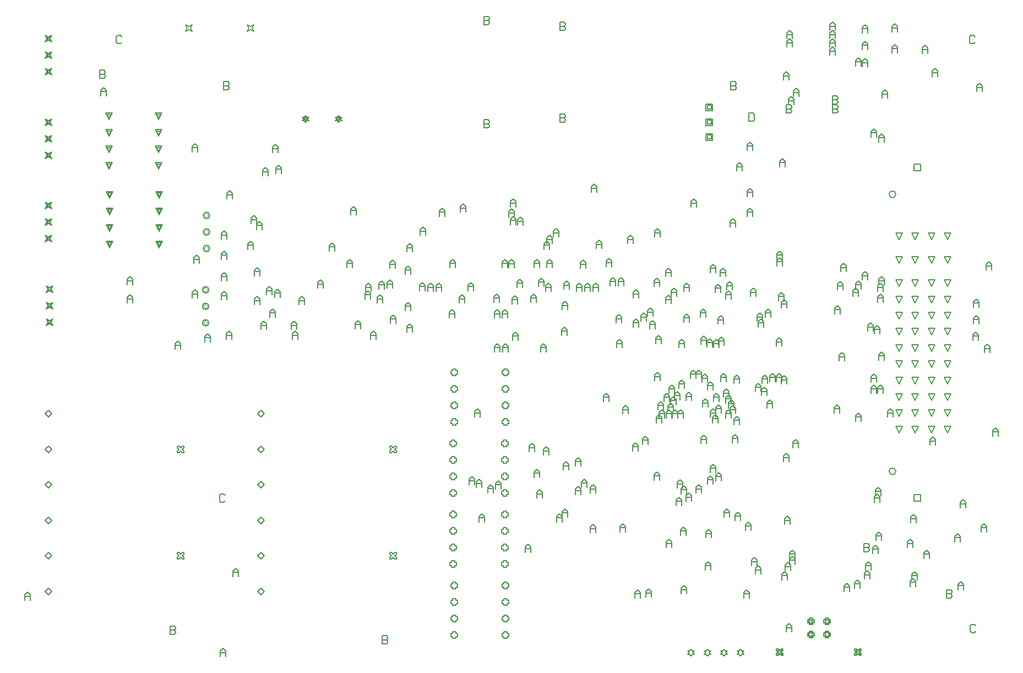
<source format=gbr>
%TF.GenerationSoftware,Altium Limited,Altium Designer,22.2.1 (43)*%
G04 Layer_Color=2752767*
%FSLAX44Y44*%
%MOMM*%
%TF.SameCoordinates,040CE2E0-B857-4D47-B26F-9B72162B56B4*%
%TF.FilePolarity,Positive*%
%TF.FileFunction,Drawing*%
%TF.Part,Single*%
G01*
G75*
%TA.AperFunction,NonConductor*%
%ADD98C,0.1270*%
%ADD208C,0.1693*%
%ADD209C,0.1016*%
D98*
X1649476Y1016000D02*
Y1026160D01*
X1659636D01*
Y1016000D01*
X1649476D01*
Y508000D02*
Y518160D01*
X1659636D01*
Y508000D01*
X1649476D01*
X1701038Y910336D02*
X1695958Y920496D01*
X1706118D01*
X1701038Y910336D01*
X1676146D02*
X1671066Y920496D01*
X1681226D01*
X1676146Y910336D01*
X1651000D02*
X1645920Y920496D01*
X1656080D01*
X1651000Y910336D01*
X1626108D02*
X1621028Y920496D01*
X1631188D01*
X1626108Y910336D01*
X1701038Y873506D02*
X1695958Y883666D01*
X1706118D01*
X1701038Y873506D01*
X1676146D02*
X1671066Y883666D01*
X1681226D01*
X1676146Y873506D01*
X1651000D02*
X1645920Y883666D01*
X1656080D01*
X1651000Y873506D01*
X1626108D02*
X1621028Y883666D01*
X1631188D01*
X1626108Y873506D01*
X1701038Y838454D02*
X1695958Y848614D01*
X1706118D01*
X1701038Y838454D01*
X1676146D02*
X1671066Y848614D01*
X1681226D01*
X1676146Y838454D01*
X1651000D02*
X1645920Y848614D01*
X1656080D01*
X1651000Y838454D01*
X1626108D02*
X1621028Y848614D01*
X1631188D01*
X1626108Y838454D01*
X1701038Y813308D02*
X1695958Y823468D01*
X1706118D01*
X1701038Y813308D01*
X1676146D02*
X1671066Y823468D01*
X1681226D01*
X1676146Y813308D01*
X1651000D02*
X1645920Y823468D01*
X1656080D01*
X1651000Y813308D01*
X1626108D02*
X1621028Y823468D01*
X1631188D01*
X1626108Y813308D01*
X1701038Y788416D02*
X1695958Y798576D01*
X1706118D01*
X1701038Y788416D01*
X1676146D02*
X1671066Y798576D01*
X1681226D01*
X1676146Y788416D01*
X1651000D02*
X1645920Y798576D01*
X1656080D01*
X1651000Y788416D01*
X1626108D02*
X1621028Y798576D01*
X1631188D01*
X1626108Y788416D01*
X1701038Y763524D02*
X1695958Y773684D01*
X1706118D01*
X1701038Y763524D01*
X1676146D02*
X1671066Y773684D01*
X1681226D01*
X1676146Y763524D01*
X1651000D02*
X1645920Y773684D01*
X1656080D01*
X1651000Y763524D01*
X1626108D02*
X1621028Y773684D01*
X1631188D01*
X1626108Y763524D01*
X1701038Y738378D02*
X1695958Y748538D01*
X1706118D01*
X1701038Y738378D01*
X1676146D02*
X1671066Y748538D01*
X1681226D01*
X1676146Y738378D01*
X1651000D02*
X1645920Y748538D01*
X1656080D01*
X1651000Y738378D01*
X1626108D02*
X1621028Y748538D01*
X1631188D01*
X1626108Y738378D01*
X1701038Y713486D02*
X1695958Y723646D01*
X1706118D01*
X1701038Y713486D01*
X1676146D02*
X1671066Y723646D01*
X1681226D01*
X1676146Y713486D01*
X1651000D02*
X1645920Y723646D01*
X1656080D01*
X1651000Y713486D01*
X1626108D02*
X1621028Y723646D01*
X1631188D01*
X1626108Y713486D01*
X1701038Y688340D02*
X1695958Y698500D01*
X1706118D01*
X1701038Y688340D01*
X1676146D02*
X1671066Y698500D01*
X1681226D01*
X1676146Y688340D01*
X1651000D02*
X1645920Y698500D01*
X1656080D01*
X1651000Y688340D01*
X1626108D02*
X1621028Y698500D01*
X1631188D01*
X1626108Y688340D01*
X1701038Y663448D02*
X1695958Y673608D01*
X1706118D01*
X1701038Y663448D01*
X1676146D02*
X1671066Y673608D01*
X1681226D01*
X1676146Y663448D01*
X1651000D02*
X1645920Y673608D01*
X1656080D01*
X1651000Y663448D01*
X1626108D02*
X1621028Y673608D01*
X1631188D01*
X1626108Y663448D01*
X1701038Y638302D02*
X1695958Y648462D01*
X1706118D01*
X1701038Y638302D01*
X1676146D02*
X1671066Y648462D01*
X1681226D01*
X1676146Y638302D01*
X1651000D02*
X1645920Y648462D01*
X1656080D01*
X1651000Y638302D01*
X1626108D02*
X1621028Y648462D01*
X1631188D01*
X1626108Y638302D01*
X1701038Y613410D02*
X1695958Y623570D01*
X1706118D01*
X1701038Y613410D01*
X1676146D02*
X1671066Y623570D01*
X1681226D01*
X1676146Y613410D01*
X1651000D02*
X1645920Y623570D01*
X1656080D01*
X1651000Y613410D01*
X1626108D02*
X1621028Y623570D01*
X1631188D01*
X1626108Y613410D01*
X1383030Y270510D02*
X1385570Y273050D01*
X1388110D01*
X1385570Y275590D01*
X1388110Y278130D01*
X1385570D01*
X1383030Y280670D01*
X1380490Y278130D01*
X1377950D01*
X1380490Y275590D01*
X1377950Y273050D01*
X1380490D01*
X1383030Y270510D01*
X1357630D02*
X1360170Y273050D01*
X1362710D01*
X1360170Y275590D01*
X1362710Y278130D01*
X1360170D01*
X1357630Y280670D01*
X1355090Y278130D01*
X1352550D01*
X1355090Y275590D01*
X1352550Y273050D01*
X1355090D01*
X1357630Y270510D01*
X1332230D02*
X1334770Y273050D01*
X1337310D01*
X1334770Y275590D01*
X1337310Y278130D01*
X1334770D01*
X1332230Y280670D01*
X1329690Y278130D01*
X1327150D01*
X1329690Y275590D01*
X1327150Y273050D01*
X1329690D01*
X1332230Y270510D01*
X1306830D02*
X1309370Y273050D01*
X1311910D01*
X1309370Y275590D01*
X1311910Y278130D01*
X1309370D01*
X1306830Y280670D01*
X1304290Y278130D01*
X1301750D01*
X1304290Y275590D01*
X1301750Y273050D01*
X1304290D01*
X1306830Y270510D01*
X528930Y1230630D02*
X531470Y1235710D01*
X528930Y1240790D01*
X534010Y1238250D01*
X539090Y1240790D01*
X536550Y1235710D01*
X539090Y1230630D01*
X534010Y1233170D01*
X528930Y1230630D01*
X624230D02*
X626770Y1235710D01*
X624230Y1240790D01*
X629310Y1238250D01*
X634390Y1240790D01*
X631850Y1235710D01*
X634390Y1230630D01*
X629310Y1233170D01*
X624230Y1230630D01*
X1018870Y703580D02*
Y701040D01*
X1023950D01*
Y703580D01*
X1026490D01*
Y708660D01*
X1023950D01*
Y711200D01*
X1018870D01*
Y708660D01*
X1016330D01*
Y703580D01*
X1018870D01*
Y678180D02*
Y675640D01*
X1023950D01*
Y678180D01*
X1026490D01*
Y683260D01*
X1023950D01*
Y685800D01*
X1018870D01*
Y683260D01*
X1016330D01*
Y678180D01*
X1018870D01*
Y652780D02*
Y650240D01*
X1023950D01*
Y652780D01*
X1026490D01*
Y657860D01*
X1023950D01*
Y660400D01*
X1018870D01*
Y657860D01*
X1016330D01*
Y652780D01*
X1018870D01*
Y627380D02*
Y624840D01*
X1023950D01*
Y627380D01*
X1026490D01*
Y632460D01*
X1023950D01*
Y635000D01*
X1018870D01*
Y632460D01*
X1016330D01*
Y627380D01*
X1018870D01*
X939470D02*
Y624840D01*
X944550D01*
Y627380D01*
X947090D01*
Y632460D01*
X944550D01*
Y635000D01*
X939470D01*
Y632460D01*
X936930D01*
Y627380D01*
X939470D01*
Y652780D02*
Y650240D01*
X944550D01*
Y652780D01*
X947090D01*
Y657860D01*
X944550D01*
Y660400D01*
X939470D01*
Y657860D01*
X936930D01*
Y652780D01*
X939470D01*
Y703580D02*
Y701040D01*
X944550D01*
Y703580D01*
X947090D01*
Y708660D01*
X944550D01*
Y711200D01*
X939470D01*
Y708660D01*
X936930D01*
Y703580D01*
X939470D01*
Y678180D02*
Y675640D01*
X944550D01*
Y678180D01*
X947090D01*
Y683260D01*
X944550D01*
Y685800D01*
X939470D01*
Y683260D01*
X936930D01*
Y678180D01*
X939470D01*
X843280Y582930D02*
X845820D01*
X848360Y585470D01*
X850900Y582930D01*
X853440D01*
Y585470D01*
X850900Y588010D01*
X853440Y590550D01*
Y593090D01*
X850900D01*
X848360Y590550D01*
X845820Y593090D01*
X843280D01*
Y590550D01*
X845820Y588010D01*
X843280Y585470D01*
Y582930D01*
X640080Y533400D02*
X645160Y538480D01*
X650240Y533400D01*
X645160Y528320D01*
X640080Y533400D01*
Y588010D02*
X645160Y593090D01*
X650240Y588010D01*
X645160Y582930D01*
X640080Y588010D01*
Y642620D02*
X645160Y647700D01*
X650240Y642620D01*
X645160Y637540D01*
X640080Y642620D01*
X1329690Y1108650D02*
Y1118810D01*
X1339850D01*
Y1108650D01*
X1329690D01*
X1331722Y1110682D02*
Y1116778D01*
X1337818D01*
Y1110682D01*
X1331722D01*
X1329690Y1085850D02*
Y1096010D01*
X1339850D01*
Y1085850D01*
X1329690D01*
X1331722Y1087882D02*
Y1093978D01*
X1337818D01*
Y1087882D01*
X1331722D01*
X1329690Y1063050D02*
Y1073210D01*
X1339850D01*
Y1063050D01*
X1329690D01*
X1331722Y1065082D02*
Y1071178D01*
X1337818D01*
Y1065082D01*
X1331722D01*
X488950Y974090D02*
X483870Y984250D01*
X494030D01*
X488950Y974090D01*
Y976122D02*
X485902Y982218D01*
X491998D01*
X488950Y976122D01*
Y948690D02*
X483870Y958850D01*
X494030D01*
X488950Y948690D01*
Y950722D02*
X485902Y956818D01*
X491998D01*
X488950Y950722D01*
Y923290D02*
X483870Y933450D01*
X494030D01*
X488950Y923290D01*
Y925322D02*
X485902Y931418D01*
X491998D01*
X488950Y925322D01*
Y897890D02*
X483870Y908050D01*
X494030D01*
X488950Y897890D01*
Y899922D02*
X485902Y906018D01*
X491998D01*
X488950Y899922D01*
X412750Y897890D02*
X407670Y908050D01*
X417830D01*
X412750Y897890D01*
Y899922D02*
X409702Y906018D01*
X415798D01*
X412750Y899922D01*
Y923290D02*
X407670Y933450D01*
X417830D01*
X412750Y923290D01*
Y925322D02*
X409702Y931418D01*
X415798D01*
X412750Y925322D01*
Y948690D02*
X407670Y958850D01*
X417830D01*
X412750Y948690D01*
Y950722D02*
X409702Y956818D01*
X415798D01*
X412750Y950722D01*
Y974090D02*
X407670Y984250D01*
X417830D01*
X412750Y974090D01*
Y976122D02*
X409702Y982218D01*
X415798D01*
X412750Y976122D01*
X487680Y1094740D02*
X482600Y1104900D01*
X492760D01*
X487680Y1094740D01*
Y1096772D02*
X484632Y1102868D01*
X490728D01*
X487680Y1096772D01*
Y1069340D02*
X482600Y1079500D01*
X492760D01*
X487680Y1069340D01*
Y1071372D02*
X484632Y1077468D01*
X490728D01*
X487680Y1071372D01*
Y1043940D02*
X482600Y1054100D01*
X492760D01*
X487680Y1043940D01*
Y1045972D02*
X484632Y1052068D01*
X490728D01*
X487680Y1045972D01*
Y1018540D02*
X482600Y1028700D01*
X492760D01*
X487680Y1018540D01*
Y1020572D02*
X484632Y1026668D01*
X490728D01*
X487680Y1020572D01*
X411480Y1018540D02*
X406400Y1028700D01*
X416560D01*
X411480Y1018540D01*
Y1020572D02*
X408432Y1026668D01*
X414528D01*
X411480Y1020572D01*
Y1043940D02*
X406400Y1054100D01*
X416560D01*
X411480Y1043940D01*
Y1045972D02*
X408432Y1052068D01*
X414528D01*
X411480Y1045972D01*
Y1069340D02*
X406400Y1079500D01*
X416560D01*
X411480Y1069340D01*
Y1071372D02*
X408432Y1077468D01*
X414528D01*
X411480Y1071372D01*
Y1094740D02*
X406400Y1104900D01*
X416560D01*
X411480Y1094740D01*
Y1096772D02*
X408432Y1102868D01*
X414528D01*
X411480Y1096772D01*
X764140Y1090930D02*
X766680Y1093470D01*
X769220D01*
X766680Y1096010D01*
X769220Y1098550D01*
X766680D01*
X764140Y1101090D01*
X761600Y1098550D01*
X759060D01*
X761600Y1096010D01*
X759060Y1093470D01*
X761600D01*
X764140Y1090930D01*
Y1092962D02*
X765664Y1094486D01*
X767188D01*
X765664Y1096010D01*
X767188Y1097534D01*
X765664D01*
X764140Y1099058D01*
X762616Y1097534D01*
X761092D01*
X762616Y1096010D01*
X761092Y1094486D01*
X762616D01*
X764140Y1092962D01*
X714140Y1090930D02*
X716680Y1093470D01*
X719220D01*
X716680Y1096010D01*
X719220Y1098550D01*
X716680D01*
X714140Y1101090D01*
X711600Y1098550D01*
X709060D01*
X711600Y1096010D01*
X709060Y1093470D01*
X711600D01*
X714140Y1090930D01*
Y1092962D02*
X715664Y1094486D01*
X717188D01*
X715664Y1096010D01*
X717188Y1097534D01*
X715664D01*
X714140Y1099058D01*
X712616Y1097534D01*
X711092D01*
X712616Y1096010D01*
X711092Y1094486D01*
X712616D01*
X714140Y1092962D01*
X314960Y829260D02*
X317500Y834340D01*
X314960Y839420D01*
X320040Y836880D01*
X325120Y839420D01*
X322580Y834340D01*
X325120Y829260D01*
X320040Y831800D01*
X314960Y829260D01*
X316992Y831292D02*
X318516Y834340D01*
X316992Y837388D01*
X320040Y835864D01*
X323088Y837388D01*
X321564Y834340D01*
X323088Y831292D01*
X320040Y832816D01*
X316992Y831292D01*
X314960Y803910D02*
X317500Y808990D01*
X314960Y814070D01*
X320040Y811530D01*
X325120Y814070D01*
X322580Y808990D01*
X325120Y803910D01*
X320040Y806450D01*
X314960Y803910D01*
X316992Y805942D02*
X318516Y808990D01*
X316992Y812038D01*
X320040Y810514D01*
X323088Y812038D01*
X321564Y808990D01*
X323088Y805942D01*
X320040Y807466D01*
X316992Y805942D01*
X314960Y778560D02*
X317500Y783640D01*
X314960Y788720D01*
X320040Y786180D01*
X325120Y788720D01*
X322580Y783640D01*
X325120Y778560D01*
X320040Y781100D01*
X314960Y778560D01*
X316992Y780592D02*
X318516Y783640D01*
X316992Y786688D01*
X320040Y785164D01*
X323088Y786688D01*
X321564Y783640D01*
X323088Y780592D01*
X320040Y782116D01*
X316992Y780592D01*
X313690Y957514D02*
X316230Y962594D01*
X313690Y967673D01*
X318770Y965134D01*
X323850Y967673D01*
X321310Y962594D01*
X323850Y957514D01*
X318770Y960053D01*
X313690Y957514D01*
X315722Y959546D02*
X317246Y962594D01*
X315722Y965641D01*
X318770Y964118D01*
X321818Y965641D01*
X320294Y962594D01*
X321818Y959546D01*
X318770Y961069D01*
X315722Y959546D01*
X313690Y932163D02*
X316230Y937243D01*
X313690Y942323D01*
X318770Y939783D01*
X323850Y942323D01*
X321310Y937243D01*
X323850Y932163D01*
X318770Y934703D01*
X313690Y932163D01*
X315722Y934195D02*
X317246Y937243D01*
X315722Y940291D01*
X318770Y938767D01*
X321818Y940291D01*
X320294Y937243D01*
X321818Y934195D01*
X318770Y935719D01*
X315722Y934195D01*
X313690Y906814D02*
X316230Y911893D01*
X313690Y916973D01*
X318770Y914434D01*
X323850Y916973D01*
X321310Y911893D01*
X323850Y906814D01*
X318770Y909353D01*
X313690Y906814D01*
X315722Y908846D02*
X317246Y911893D01*
X315722Y914941D01*
X318770Y913418D01*
X321818Y914941D01*
X320294Y911893D01*
X321818Y908846D01*
X318770Y910369D01*
X315722Y908846D01*
X313690Y1085767D02*
X316230Y1090847D01*
X313690Y1095927D01*
X318770Y1093387D01*
X323850Y1095927D01*
X321310Y1090847D01*
X323850Y1085767D01*
X318770Y1088307D01*
X313690Y1085767D01*
X315722Y1087799D02*
X317246Y1090847D01*
X315722Y1093895D01*
X318770Y1092371D01*
X321818Y1093895D01*
X320294Y1090847D01*
X321818Y1087799D01*
X318770Y1089323D01*
X315722Y1087799D01*
X313690Y1060416D02*
X316230Y1065497D01*
X313690Y1070576D01*
X318770Y1068036D01*
X323850Y1070576D01*
X321310Y1065497D01*
X323850Y1060416D01*
X318770Y1062956D01*
X313690Y1060416D01*
X315722Y1062449D02*
X317246Y1065497D01*
X315722Y1068544D01*
X318770Y1067020D01*
X321818Y1068544D01*
X320294Y1065497D01*
X321818Y1062449D01*
X318770Y1063972D01*
X315722Y1062449D01*
X313690Y1035067D02*
X316230Y1040147D01*
X313690Y1045227D01*
X318770Y1042687D01*
X323850Y1045227D01*
X321310Y1040147D01*
X323850Y1035067D01*
X318770Y1037607D01*
X313690Y1035067D01*
X315722Y1037099D02*
X317246Y1040147D01*
X315722Y1043195D01*
X318770Y1041671D01*
X321818Y1043195D01*
X320294Y1040147D01*
X321818Y1037099D01*
X318770Y1038623D01*
X315722Y1037099D01*
X313690Y1214020D02*
X316230Y1219100D01*
X313690Y1224180D01*
X318770Y1221640D01*
X323850Y1224180D01*
X321310Y1219100D01*
X323850Y1214020D01*
X318770Y1216560D01*
X313690Y1214020D01*
X315722Y1216052D02*
X317246Y1219100D01*
X315722Y1222148D01*
X318770Y1220624D01*
X321818Y1222148D01*
X320294Y1219100D01*
X321818Y1216052D01*
X318770Y1217576D01*
X315722Y1216052D01*
X313690Y1188670D02*
X316230Y1193750D01*
X313690Y1198830D01*
X318770Y1196290D01*
X323850Y1198830D01*
X321310Y1193750D01*
X323850Y1188670D01*
X318770Y1191210D01*
X313690Y1188670D01*
X315722Y1190702D02*
X317246Y1193750D01*
X315722Y1196798D01*
X318770Y1195274D01*
X321818Y1196798D01*
X320294Y1193750D01*
X321818Y1190702D01*
X318770Y1192226D01*
X315722Y1190702D01*
X313690Y1163320D02*
X316230Y1168400D01*
X313690Y1173480D01*
X318770Y1170940D01*
X323850Y1173480D01*
X321310Y1168400D01*
X323850Y1163320D01*
X318770Y1165860D01*
X313690Y1163320D01*
X315722Y1165352D02*
X317246Y1168400D01*
X315722Y1171448D01*
X318770Y1169924D01*
X321818Y1171448D01*
X320294Y1168400D01*
X321818Y1165352D01*
X318770Y1166876D01*
X315722Y1165352D01*
X1017600Y594360D02*
Y591820D01*
X1022680D01*
Y594360D01*
X1025220D01*
Y599440D01*
X1022680D01*
Y601980D01*
X1017600D01*
Y599440D01*
X1015060D01*
Y594360D01*
X1017600D01*
Y568960D02*
Y566420D01*
X1022680D01*
Y568960D01*
X1025220D01*
Y574040D01*
X1022680D01*
Y576580D01*
X1017600D01*
Y574040D01*
X1015060D01*
Y568960D01*
X1017600D01*
Y543560D02*
Y541020D01*
X1022680D01*
Y543560D01*
X1025220D01*
Y548640D01*
X1022680D01*
Y551180D01*
X1017600D01*
Y548640D01*
X1015060D01*
Y543560D01*
X1017600D01*
Y518160D02*
Y515620D01*
X1022680D01*
Y518160D01*
X1025220D01*
Y523240D01*
X1022680D01*
Y525780D01*
X1017600D01*
Y523240D01*
X1015060D01*
Y518160D01*
X1017600D01*
X938200D02*
Y515620D01*
X943280D01*
Y518160D01*
X945820D01*
Y523240D01*
X943280D01*
Y525780D01*
X938200D01*
Y523240D01*
X935660D01*
Y518160D01*
X938200D01*
Y543560D02*
Y541020D01*
X943280D01*
Y543560D01*
X945820D01*
Y548640D01*
X943280D01*
Y551180D01*
X938200D01*
Y548640D01*
X935660D01*
Y543560D01*
X938200D01*
Y594360D02*
Y591820D01*
X943280D01*
Y594360D01*
X945820D01*
Y599440D01*
X943280D01*
Y601980D01*
X938200D01*
Y599440D01*
X935660D01*
Y594360D01*
X938200D01*
Y568960D02*
Y566420D01*
X943280D01*
Y568960D01*
X945820D01*
Y574040D01*
X943280D01*
Y576580D01*
X938200D01*
Y574040D01*
X935660D01*
Y568960D01*
X938200D01*
Y459740D02*
Y457200D01*
X943280D01*
Y459740D01*
X945820D01*
Y464820D01*
X943280D01*
Y467360D01*
X938200D01*
Y464820D01*
X935660D01*
Y459740D01*
X938200D01*
Y485140D02*
Y482600D01*
X943280D01*
Y485140D01*
X945820D01*
Y490220D01*
X943280D01*
Y492760D01*
X938200D01*
Y490220D01*
X935660D01*
Y485140D01*
X938200D01*
Y434340D02*
Y431800D01*
X943280D01*
Y434340D01*
X945820D01*
Y439420D01*
X943280D01*
Y441960D01*
X938200D01*
Y439420D01*
X935660D01*
Y434340D01*
X938200D01*
Y408940D02*
Y406400D01*
X943280D01*
Y408940D01*
X945820D01*
Y414020D01*
X943280D01*
Y416560D01*
X938200D01*
Y414020D01*
X935660D01*
Y408940D01*
X938200D01*
X1017600D02*
Y406400D01*
X1022680D01*
Y408940D01*
X1025220D01*
Y414020D01*
X1022680D01*
Y416560D01*
X1017600D01*
Y414020D01*
X1015060D01*
Y408940D01*
X1017600D01*
Y434340D02*
Y431800D01*
X1022680D01*
Y434340D01*
X1025220D01*
Y439420D01*
X1022680D01*
Y441960D01*
X1017600D01*
Y439420D01*
X1015060D01*
Y434340D01*
X1017600D01*
Y459740D02*
Y457200D01*
X1022680D01*
Y459740D01*
X1025220D01*
Y464820D01*
X1022680D01*
Y467360D01*
X1017600D01*
Y464820D01*
X1015060D01*
Y459740D01*
X1017600D01*
Y485140D02*
Y482600D01*
X1022680D01*
Y485140D01*
X1025220D01*
Y490220D01*
X1022680D01*
Y492760D01*
X1017600D01*
Y490220D01*
X1015060D01*
Y485140D01*
X1017600D01*
X939470Y350520D02*
Y347980D01*
X944550D01*
Y350520D01*
X947090D01*
Y355600D01*
X944550D01*
Y358140D01*
X939470D01*
Y355600D01*
X936930D01*
Y350520D01*
X939470D01*
Y375920D02*
Y373380D01*
X944550D01*
Y375920D01*
X947090D01*
Y381000D01*
X944550D01*
Y383540D01*
X939470D01*
Y381000D01*
X936930D01*
Y375920D01*
X939470D01*
Y325120D02*
Y322580D01*
X944550D01*
Y325120D01*
X947090D01*
Y330200D01*
X944550D01*
Y332740D01*
X939470D01*
Y330200D01*
X936930D01*
Y325120D01*
X939470D01*
Y299720D02*
Y297180D01*
X944550D01*
Y299720D01*
X947090D01*
Y304800D01*
X944550D01*
Y307340D01*
X939470D01*
Y304800D01*
X936930D01*
Y299720D01*
X939470D01*
X1018870D02*
Y297180D01*
X1023950D01*
Y299720D01*
X1026490D01*
Y304800D01*
X1023950D01*
Y307340D01*
X1018870D01*
Y304800D01*
X1016330D01*
Y299720D01*
X1018870D01*
Y325120D02*
Y322580D01*
X1023950D01*
Y325120D01*
X1026490D01*
Y330200D01*
X1023950D01*
Y332740D01*
X1018870D01*
Y330200D01*
X1016330D01*
Y325120D01*
X1018870D01*
Y350520D02*
Y347980D01*
X1023950D01*
Y350520D01*
X1026490D01*
Y355600D01*
X1023950D01*
Y358140D01*
X1018870D01*
Y355600D01*
X1016330D01*
Y350520D01*
X1018870D01*
Y375920D02*
Y373380D01*
X1023950D01*
Y375920D01*
X1026490D01*
Y381000D01*
X1023950D01*
Y383540D01*
X1018870D01*
Y381000D01*
X1016330D01*
Y375920D01*
X1018870D01*
X843280Y419100D02*
X845820D01*
X848360Y421640D01*
X850900Y419100D01*
X853440D01*
Y421640D01*
X850900Y424180D01*
X853440Y426720D01*
Y429260D01*
X850900D01*
X848360Y426720D01*
X845820Y429260D01*
X843280D01*
Y426720D01*
X845820Y424180D01*
X843280Y421640D01*
Y419100D01*
X640080Y369570D02*
X645160Y374650D01*
X650240Y369570D01*
X645160Y364490D01*
X640080Y369570D01*
Y424180D02*
X645160Y429260D01*
X650240Y424180D01*
X645160Y419100D01*
X640080Y424180D01*
Y478790D02*
X645160Y483870D01*
X650240Y478790D01*
X645160Y473710D01*
X640080Y478790D01*
X516890Y582930D02*
X519430D01*
X521970Y585470D01*
X524510Y582930D01*
X527050D01*
Y585470D01*
X524510Y588010D01*
X527050Y590550D01*
Y593090D01*
X524510D01*
X521970Y590550D01*
X519430Y593090D01*
X516890D01*
Y590550D01*
X519430Y588010D01*
X516890Y585470D01*
Y582930D01*
X313690Y533400D02*
X318770Y538480D01*
X323850Y533400D01*
X318770Y528320D01*
X313690Y533400D01*
Y588010D02*
X318770Y593090D01*
X323850Y588010D01*
X318770Y582930D01*
X313690Y588010D01*
Y642620D02*
X318770Y647700D01*
X323850Y642620D01*
X318770Y637540D01*
X313690Y642620D01*
X1513130Y320626D02*
Y318086D01*
X1518210D01*
Y320626D01*
X1520750D01*
Y325706D01*
X1518210D01*
Y328246D01*
X1513130D01*
Y325706D01*
X1510590D01*
Y320626D01*
X1513130D01*
X1514146Y321642D02*
Y320118D01*
X1517194D01*
Y321642D01*
X1518718D01*
Y324690D01*
X1517194D01*
Y326214D01*
X1514146D01*
Y324690D01*
X1512622D01*
Y321642D01*
X1514146D01*
X1488130Y320626D02*
Y318086D01*
X1493210D01*
Y320626D01*
X1495750D01*
Y325706D01*
X1493210D01*
Y328246D01*
X1488130D01*
Y325706D01*
X1485590D01*
Y320626D01*
X1488130D01*
X1489146Y321642D02*
Y320118D01*
X1492194D01*
Y321642D01*
X1493718D01*
Y324690D01*
X1492194D01*
Y326214D01*
X1489146D01*
Y324690D01*
X1487622D01*
Y321642D01*
X1489146D01*
X1488130Y300625D02*
Y298085D01*
X1493210D01*
Y300625D01*
X1495750D01*
Y305705D01*
X1493210D01*
Y308245D01*
X1488130D01*
Y305705D01*
X1485590D01*
Y300625D01*
X1488130D01*
X1489146Y301641D02*
Y300117D01*
X1492194D01*
Y301641D01*
X1493718D01*
Y304689D01*
X1492194D01*
Y306213D01*
X1489146D01*
Y304689D01*
X1487622D01*
Y301641D01*
X1489146D01*
X1513130Y300625D02*
Y298085D01*
X1518210D01*
Y300625D01*
X1520750D01*
Y305705D01*
X1518210D01*
Y308245D01*
X1513130D01*
Y305705D01*
X1510590D01*
Y300625D01*
X1513130D01*
X1514146Y301641D02*
Y300117D01*
X1517194D01*
Y301641D01*
X1518718D01*
Y304689D01*
X1517194D01*
Y306213D01*
X1514146D01*
Y304689D01*
X1512622D01*
Y301641D01*
X1514146D01*
X1437890Y270986D02*
X1440430D01*
X1442970Y273526D01*
X1445510Y270986D01*
X1448050D01*
Y273526D01*
X1445510Y276066D01*
X1448050Y278605D01*
Y281145D01*
X1445510D01*
X1442970Y278605D01*
X1440430Y281145D01*
X1437890D01*
Y278605D01*
X1440430Y276066D01*
X1437890Y273526D01*
Y270986D01*
X1439922Y273018D02*
X1441446D01*
X1442970Y274541D01*
X1444494Y273018D01*
X1446018D01*
Y274541D01*
X1444494Y276066D01*
X1446018Y277589D01*
Y279114D01*
X1444494D01*
X1442970Y277589D01*
X1441446Y279114D01*
X1439922D01*
Y277589D01*
X1441446Y276066D01*
X1439922Y274541D01*
Y273018D01*
X1558290Y270986D02*
X1560830D01*
X1563370Y273526D01*
X1565910Y270986D01*
X1568450D01*
Y273526D01*
X1565910Y276066D01*
X1568450Y278605D01*
Y281145D01*
X1565910D01*
X1563370Y278605D01*
X1560830Y281145D01*
X1558290D01*
Y278605D01*
X1560830Y276066D01*
X1558290Y273526D01*
Y270986D01*
X1560322Y273018D02*
X1561846D01*
X1563370Y274541D01*
X1564894Y273018D01*
X1566418D01*
Y274541D01*
X1564894Y276066D01*
X1566418Y277589D01*
Y279114D01*
X1564894D01*
X1563370Y277589D01*
X1561846Y279114D01*
X1560322D01*
Y277589D01*
X1561846Y276066D01*
X1560322Y274541D01*
Y273018D01*
X313690Y478790D02*
X318770Y483870D01*
X323850Y478790D01*
X318770Y473710D01*
X313690Y478790D01*
Y424180D02*
X318770Y429260D01*
X323850Y424180D01*
X318770Y419100D01*
X313690Y424180D01*
Y369570D02*
X318770Y374650D01*
X323850Y369570D01*
X318770Y364490D01*
X313690Y369570D01*
X516890Y419100D02*
X519430D01*
X521970Y421640D01*
X524510Y419100D01*
X527050D01*
Y421640D01*
X524510Y424180D01*
X527050Y426720D01*
Y429260D01*
X524510D01*
X521970Y426720D01*
X519430Y429260D01*
X516890D01*
Y426720D01*
X519430Y424180D01*
X516890Y421640D01*
Y419100D01*
X824230Y812800D02*
Y821264D01*
X828462Y825496D01*
X832694Y821264D01*
Y812800D01*
Y819148D01*
X824230D01*
X1559560Y834390D02*
Y842854D01*
X1563792Y847086D01*
X1568024Y842854D01*
Y834390D01*
Y840738D01*
X1559560D01*
X1593850Y814070D02*
Y822534D01*
X1598082Y826766D01*
X1602314Y822534D01*
Y814070D01*
Y820418D01*
X1593850D01*
X1249680Y838200D02*
Y846664D01*
X1253912Y850896D01*
X1258144Y846664D01*
Y838200D01*
Y844548D01*
X1249680D01*
X1243330Y773430D02*
Y781894D01*
X1247562Y786126D01*
X1251794Y781894D01*
Y773430D01*
Y779778D01*
X1243330D01*
X1217930Y775970D02*
Y784434D01*
X1222162Y788666D01*
X1226394Y784434D01*
Y775970D01*
Y782318D01*
X1217930D01*
X1229360Y784860D02*
Y793324D01*
X1233592Y797556D01*
X1237824Y793324D01*
Y784860D01*
Y791208D01*
X1229360D01*
X1217930Y820420D02*
Y828884D01*
X1222162Y833116D01*
X1226394Y828884D01*
Y820420D01*
Y826768D01*
X1217930D01*
X1239520Y792480D02*
Y800944D01*
X1243752Y805176D01*
X1247984Y800944D01*
Y792480D01*
Y798828D01*
X1239520D01*
X1336040Y859790D02*
Y868254D01*
X1340272Y872486D01*
X1344504Y868254D01*
Y859790D01*
Y866138D01*
X1336040D01*
X1250950Y693420D02*
Y701884D01*
X1255182Y706116D01*
X1259414Y701884D01*
Y693420D01*
Y699768D01*
X1250950D01*
X1591310Y448310D02*
Y456774D01*
X1595542Y461006D01*
X1599774Y456774D01*
Y448310D01*
Y454658D01*
X1591310D01*
X1573530Y388620D02*
Y397084D01*
X1577762Y401316D01*
X1581994Y397084D01*
Y388620D01*
Y394968D01*
X1573530D01*
X1558290Y374650D02*
Y383114D01*
X1562522Y387346D01*
X1566754Y383114D01*
Y374650D01*
Y380998D01*
X1558290D01*
X1569542Y848327D02*
Y856791D01*
X1573774Y861023D01*
X1578006Y856791D01*
Y848327D01*
Y854675D01*
X1569542D01*
X1643380Y377190D02*
Y385654D01*
X1647612Y389886D01*
X1651844Y385654D01*
Y377190D01*
Y383538D01*
X1643380D01*
X1572260Y443226D02*
Y430530D01*
X1578608D01*
X1580724Y432646D01*
Y434762D01*
X1578608Y436878D01*
X1572260D01*
X1578608D01*
X1580724Y438994D01*
Y441110D01*
X1578608Y443226D01*
X1572260D01*
X1699647Y372106D02*
Y359410D01*
X1705995D01*
X1708111Y361526D01*
Y363642D01*
X1705995Y365758D01*
X1699647D01*
X1705995D01*
X1708111Y367874D01*
Y369990D01*
X1705995Y372106D01*
X1699647D01*
X1541780Y369570D02*
Y378034D01*
X1546012Y382266D01*
X1550244Y378034D01*
Y369570D01*
Y375918D01*
X1541780D01*
X1717040Y372110D02*
Y380574D01*
X1721272Y384806D01*
X1725504Y380574D01*
Y372110D01*
Y378458D01*
X1717040D01*
X1757680Y736600D02*
Y745064D01*
X1761912Y749296D01*
X1766144Y745064D01*
Y736600D01*
Y742948D01*
X1757680D01*
X1390650Y463550D02*
Y472014D01*
X1394882Y476246D01*
X1399114Y472014D01*
Y463550D01*
Y469898D01*
X1390650D01*
X1526540Y643890D02*
Y652354D01*
X1530772Y656586D01*
X1535004Y652354D01*
Y643890D01*
Y650238D01*
X1526540D01*
X1449070Y568960D02*
Y577424D01*
X1453302Y581656D01*
X1457534Y577424D01*
Y568960D01*
Y575308D01*
X1449070D01*
X1593850Y830580D02*
Y839044D01*
X1598082Y843276D01*
X1602314Y839044D01*
Y830580D01*
Y836928D01*
X1593850D01*
X1770380Y608330D02*
Y616794D01*
X1774612Y621026D01*
X1778844Y616794D01*
Y608330D01*
Y614678D01*
X1770380D01*
X1534160Y723900D02*
Y732364D01*
X1538392Y736596D01*
X1542624Y732364D01*
Y723900D01*
Y730248D01*
X1534160D01*
X1645920Y387350D02*
Y395814D01*
X1650152Y400046D01*
X1654384Y395814D01*
Y387350D01*
Y393698D01*
X1645920D01*
X1527810Y796290D02*
Y804754D01*
X1532042Y808986D01*
X1536274Y804754D01*
Y796290D01*
Y802638D01*
X1527810D01*
X1595120Y725170D02*
Y733634D01*
X1599352Y737866D01*
X1603584Y733634D01*
Y725170D01*
Y731518D01*
X1595120D01*
X1583690Y690880D02*
Y699344D01*
X1587922Y703576D01*
X1592154Y699344D01*
Y690880D01*
Y697228D01*
X1583690D01*
Y674370D02*
Y682834D01*
X1587922Y687066D01*
X1592154Y682834D01*
Y674370D01*
Y680718D01*
X1583690D01*
X1593850Y674370D02*
Y682834D01*
X1598082Y687066D01*
X1602314Y682834D01*
Y674370D01*
Y680718D01*
X1593850D01*
X1586230Y427990D02*
Y436454D01*
X1590462Y440686D01*
X1594694Y436454D01*
Y427990D01*
Y434338D01*
X1586230D01*
X1590040Y516890D02*
Y525354D01*
X1594272Y529586D01*
X1598504Y525354D01*
Y516890D01*
Y523238D01*
X1590040D01*
X1588770Y506730D02*
Y515194D01*
X1593002Y519426D01*
X1597234Y515194D01*
Y506730D01*
Y513078D01*
X1588770D01*
X1574800Y402590D02*
Y411054D01*
X1579032Y415286D01*
X1583264Y411054D01*
Y402590D01*
Y408938D01*
X1574800D01*
X1291590Y365760D02*
Y374224D01*
X1295822Y378456D01*
X1300054Y374224D01*
Y365760D01*
Y372108D01*
X1291590D01*
X1438910Y869950D02*
Y878414D01*
X1443142Y882646D01*
X1447374Y878414D01*
Y869950D01*
Y876298D01*
X1438910D01*
Y880110D02*
Y888574D01*
X1443142Y892806D01*
X1447374Y888574D01*
Y880110D01*
Y886458D01*
X1438910D01*
X1442720Y1022350D02*
Y1030814D01*
X1446952Y1035046D01*
X1451184Y1030814D01*
Y1022350D01*
Y1028698D01*
X1442720D01*
X1445260Y805180D02*
Y813644D01*
X1449492Y817876D01*
X1453724Y813644D01*
Y805180D01*
Y811528D01*
X1445260D01*
X1441450Y816610D02*
Y825074D01*
X1445682Y829306D01*
X1449914Y825074D01*
Y816610D01*
Y822958D01*
X1441450D01*
X1437640Y746760D02*
Y755224D01*
X1441872Y759456D01*
X1446104Y755224D01*
Y746760D01*
Y753108D01*
X1437640D01*
X1609090Y637540D02*
Y646004D01*
X1613322Y650236D01*
X1617554Y646004D01*
Y637540D01*
Y643888D01*
X1609090D01*
X1450340Y472440D02*
Y480904D01*
X1454572Y485136D01*
X1458804Y480904D01*
Y472440D01*
Y478788D01*
X1450340D01*
X1463040Y590550D02*
Y599014D01*
X1467272Y603246D01*
X1471504Y599014D01*
Y590550D01*
Y596898D01*
X1463040D01*
X1295400Y783590D02*
Y792054D01*
X1299632Y796286D01*
X1303864Y792054D01*
Y783590D01*
Y789938D01*
X1295400D01*
X1306830Y960120D02*
Y968584D01*
X1311062Y972816D01*
X1315294Y968584D01*
Y960120D01*
Y966468D01*
X1306830D01*
X1250950Y914400D02*
Y922864D01*
X1255182Y927096D01*
X1259414Y922864D01*
Y914400D01*
Y920748D01*
X1250950D01*
X1084580Y904240D02*
Y912704D01*
X1088812Y916936D01*
X1093044Y912704D01*
Y904240D01*
Y910588D01*
X1084580D01*
X1094740Y914400D02*
Y922864D01*
X1098972Y927096D01*
X1103204Y922864D01*
Y914400D01*
Y920748D01*
X1094740D01*
X890270Y916940D02*
Y925404D01*
X894502Y929636D01*
X898734Y925404D01*
Y916940D01*
Y923288D01*
X890270D01*
X919480Y946150D02*
Y954614D01*
X923712Y958846D01*
X927944Y954614D01*
Y946150D01*
Y952498D01*
X919480D01*
X1153160Y982980D02*
Y991444D01*
X1157392Y995676D01*
X1161624Y991444D01*
Y982980D01*
Y989328D01*
X1153160D01*
X1108710Y802640D02*
Y811104D01*
X1112942Y815336D01*
X1117174Y811104D01*
Y802640D01*
Y808988D01*
X1108710D01*
X867410Y801370D02*
Y809834D01*
X871642Y814066D01*
X875874Y809834D01*
Y801370D01*
Y807718D01*
X867410D01*
X843280Y866140D02*
Y874604D01*
X847512Y878836D01*
X851744Y874604D01*
Y866140D01*
Y872488D01*
X843280D01*
X1366520Y929640D02*
Y938104D01*
X1370752Y942336D01*
X1374984Y938104D01*
Y929640D01*
Y935988D01*
X1366520D01*
X1107690Y763020D02*
Y771484D01*
X1111922Y775716D01*
X1116154Y771484D01*
Y763020D01*
Y769368D01*
X1107690D01*
X1195070Y839470D02*
Y847934D01*
X1199302Y852166D01*
X1203534Y847934D01*
Y839470D01*
Y845818D01*
X1195070D01*
X1083310Y830580D02*
Y839044D01*
X1087542Y843276D01*
X1091774Y839044D01*
Y830580D01*
Y836928D01*
X1083310D01*
X1136650Y866140D02*
Y874604D01*
X1140882Y878836D01*
X1145114Y874604D01*
Y866140D01*
Y872488D01*
X1136650D01*
X1110955Y834040D02*
Y842504D01*
X1115187Y846736D01*
X1119419Y842504D01*
Y834040D01*
Y840388D01*
X1110955D01*
X1025865Y867060D02*
Y875524D01*
X1030097Y879756D01*
X1034329Y875524D01*
Y867060D01*
Y873408D01*
X1025865D01*
X1031240Y811530D02*
Y819994D01*
X1035472Y824226D01*
X1039704Y819994D01*
Y811530D01*
Y817878D01*
X1031240D01*
X1017270Y737870D02*
Y746334D01*
X1021502Y750566D01*
X1025734Y746334D01*
Y737870D01*
Y744218D01*
X1017270D01*
X1271270Y646430D02*
Y654894D01*
X1275502Y659126D01*
X1279734Y654894D01*
Y646430D01*
Y652778D01*
X1271270D01*
X1004570Y737870D02*
Y746334D01*
X1008802Y750566D01*
X1013034Y746334D01*
Y737870D01*
Y744218D01*
X1004570D01*
X1256030Y648970D02*
Y657434D01*
X1260262Y661666D01*
X1264494Y657434D01*
Y648970D01*
Y655318D01*
X1256030D01*
X1201420Y642620D02*
Y651084D01*
X1205652Y655316D01*
X1209884Y651084D01*
Y642620D01*
Y648968D01*
X1201420D01*
X1060450Y814070D02*
Y822534D01*
X1064682Y826766D01*
X1068914Y822534D01*
Y814070D01*
Y820418D01*
X1060450D01*
X963930Y831850D02*
Y840314D01*
X968162Y844546D01*
X972394Y840314D01*
Y831850D01*
Y838198D01*
X963930D01*
X839470Y835660D02*
Y844124D01*
X843702Y848356D01*
X847934Y844124D01*
Y835660D01*
Y842008D01*
X839470D01*
X867410Y857250D02*
Y865714D01*
X871642Y869946D01*
X875874Y865714D01*
Y857250D01*
Y863598D01*
X867410D01*
X949960Y812800D02*
Y821264D01*
X954192Y825496D01*
X958424Y821264D01*
Y812800D01*
Y819148D01*
X949960D01*
X844255Y781970D02*
Y790434D01*
X848487Y794666D01*
X852719Y790434D01*
Y781970D01*
Y788318D01*
X844255D01*
X1004570Y789940D02*
Y798404D01*
X1008802Y802636D01*
X1013034Y798404D01*
Y789940D01*
Y796288D01*
X1004570D01*
X1084580Y867410D02*
Y875874D01*
X1088812Y880106D01*
X1093044Y875874D01*
Y867410D01*
Y873758D01*
X1084580D01*
X1071626Y838454D02*
Y846918D01*
X1075858Y851150D01*
X1080090Y846918D01*
Y838454D01*
Y844802D01*
X1071626D01*
X1065530Y867410D02*
Y875874D01*
X1069762Y880106D01*
X1073994Y875874D01*
Y867410D01*
Y873758D01*
X1065530D01*
X1421130Y791210D02*
Y799674D01*
X1425362Y803906D01*
X1429594Y799674D01*
Y791210D01*
Y797558D01*
X1421130D01*
X1287780Y744220D02*
Y752684D01*
X1292012Y756916D01*
X1296244Y752684D01*
Y744220D01*
Y750568D01*
X1287780D01*
X1323340Y690880D02*
Y699344D01*
X1327572Y703576D01*
X1331804Y699344D01*
Y690880D01*
Y697228D01*
X1323340D01*
X1252220Y750570D02*
Y759034D01*
X1256452Y763266D01*
X1260684Y759034D01*
Y750570D01*
Y756918D01*
X1252220D01*
X1372870Y689610D02*
Y698074D01*
X1377102Y702306D01*
X1381334Y698074D01*
Y689610D01*
Y695958D01*
X1372870D01*
X826770Y834390D02*
Y842854D01*
X831002Y847086D01*
X835234Y842854D01*
Y834390D01*
Y840738D01*
X826770D01*
X806450Y830580D02*
Y839044D01*
X810682Y843276D01*
X814914Y839044D01*
Y830580D01*
Y836928D01*
X806450D01*
X1003300Y814070D02*
Y822534D01*
X1007532Y826766D01*
X1011764Y822534D01*
Y814070D01*
Y820418D01*
X1003300D01*
X1038860Y836930D02*
Y845394D01*
X1043092Y849626D01*
X1047324Y845394D01*
Y836930D01*
Y843278D01*
X1038860D01*
X1192530Y744220D02*
Y752684D01*
X1196762Y756916D01*
X1200994Y752684D01*
Y744220D01*
Y750568D01*
X1192530D01*
X1595120Y840740D02*
Y849204D01*
X1599352Y853436D01*
X1603584Y849204D01*
Y840740D01*
Y847088D01*
X1595120D01*
X1578610Y769620D02*
Y778084D01*
X1582842Y782316D01*
X1587074Y778084D01*
Y769620D01*
Y775968D01*
X1578610D01*
X1588770Y765810D02*
Y774274D01*
X1593002Y778506D01*
X1597234Y774274D01*
Y765810D01*
Y772158D01*
X1588770D01*
X804797Y819027D02*
Y827491D01*
X809029Y831723D01*
X813261Y827491D01*
Y819027D01*
Y825375D01*
X804797D01*
X914400Y830580D02*
Y839044D01*
X918632Y843276D01*
X922864Y839044D01*
Y830580D01*
Y836928D01*
X914400D01*
X901700Y830580D02*
Y839044D01*
X905932Y843276D01*
X910164Y839044D01*
Y830580D01*
Y836928D01*
X901700D01*
X889000Y831850D02*
Y840314D01*
X893232Y844546D01*
X897464Y840314D01*
Y831850D01*
Y838198D01*
X889000D01*
X1155700Y830580D02*
Y839044D01*
X1159932Y843276D01*
X1164164Y839044D01*
Y830580D01*
Y836928D01*
X1155700D01*
X1143000Y830580D02*
Y839044D01*
X1147232Y843276D01*
X1151464Y839044D01*
Y830580D01*
Y836928D01*
X1143000D01*
X1130300Y830580D02*
Y839044D01*
X1134532Y843276D01*
X1138764Y839044D01*
Y830580D01*
Y836928D01*
X1130300D01*
X1341120Y744220D02*
Y752684D01*
X1345352Y756916D01*
X1349584Y752684D01*
Y744220D01*
Y750568D01*
X1341120D01*
X1348740Y748030D02*
Y756494D01*
X1352972Y760726D01*
X1357204Y756494D01*
Y748030D01*
Y754378D01*
X1348740D01*
X1330960Y745490D02*
Y753954D01*
X1335192Y758186D01*
X1339424Y753954D01*
Y745490D01*
Y751838D01*
X1330960D01*
X1322070Y749300D02*
Y757764D01*
X1326302Y761996D01*
X1330534Y757764D01*
Y749300D01*
Y755648D01*
X1322070D01*
X1388110Y359410D02*
Y367874D01*
X1392342Y372106D01*
X1396574Y367874D01*
Y359410D01*
Y365758D01*
X1388110D01*
X1452880Y307340D02*
Y315804D01*
X1457112Y320036D01*
X1461344Y315804D01*
Y307340D01*
Y313688D01*
X1452880D01*
X1272540Y674370D02*
Y682834D01*
X1276772Y687066D01*
X1281004Y682834D01*
Y674370D01*
Y680718D01*
X1272540D01*
X1160780Y896620D02*
Y905084D01*
X1165012Y909316D01*
X1169244Y905084D01*
Y896620D01*
Y902968D01*
X1160780D01*
X1080770Y895350D02*
Y903814D01*
X1085002Y908046D01*
X1089234Y903814D01*
Y895350D01*
Y901698D01*
X1080770D01*
X869950Y891540D02*
Y900004D01*
X874182Y904236D01*
X878414Y900004D01*
Y891540D01*
Y897888D01*
X869950D01*
X789940Y773430D02*
Y781894D01*
X794172Y786126D01*
X798404Y781894D01*
Y773430D01*
Y779778D01*
X789940D01*
X869950Y768350D02*
Y776814D01*
X874182Y781046D01*
X878414Y776814D01*
Y768350D01*
Y774698D01*
X869950D01*
X1032510Y755650D02*
Y764114D01*
X1036742Y768346D01*
X1040974Y764114D01*
Y755650D01*
Y761998D01*
X1032510D01*
X1065530Y544830D02*
Y553294D01*
X1069762Y557526D01*
X1073994Y553294D01*
Y544830D01*
Y551178D01*
X1065530D01*
X1287780Y681990D02*
Y690454D01*
X1292012Y694686D01*
X1296244Y690454D01*
Y681990D01*
Y688338D01*
X1287780D01*
X1069340Y513080D02*
Y521544D01*
X1073572Y525776D01*
X1077804Y521544D01*
Y513080D01*
Y519428D01*
X1069340D01*
X1051560Y429260D02*
Y437724D01*
X1055792Y441956D01*
X1060024Y437724D01*
Y429260D01*
Y435608D01*
X1051560D01*
X1264920Y661670D02*
Y670134D01*
X1269152Y674366D01*
X1273384Y670134D01*
Y661670D01*
Y668018D01*
X1264920D01*
X974090Y637540D02*
Y646004D01*
X978322Y650236D01*
X982554Y646004D01*
Y637540D01*
Y643888D01*
X974090D01*
X1220470Y359410D02*
Y367874D01*
X1224702Y372106D01*
X1228934Y367874D01*
Y359410D01*
Y365758D01*
X1220470D01*
X1236980Y360680D02*
Y369144D01*
X1241212Y373376D01*
X1245444Y369144D01*
Y360680D01*
Y367028D01*
X1236980D01*
X1257300Y636270D02*
Y644734D01*
X1261532Y648966D01*
X1265764Y644734D01*
Y636270D01*
Y642618D01*
X1257300D01*
X1253490Y628650D02*
Y637114D01*
X1257722Y641346D01*
X1261954Y637114D01*
Y628650D01*
Y634998D01*
X1253490D01*
X1366520Y642620D02*
Y651084D01*
X1370752Y655316D01*
X1374984Y651084D01*
Y642620D01*
Y648968D01*
X1366520D01*
X1363980Y651510D02*
Y659974D01*
X1368212Y664206D01*
X1372444Y659974D01*
Y651510D01*
Y657858D01*
X1363980D01*
X1360170Y659130D02*
Y667594D01*
X1364402Y671826D01*
X1368634Y667594D01*
Y659130D01*
Y665478D01*
X1360170D01*
X1151890Y459740D02*
Y468204D01*
X1156122Y472436D01*
X1160354Y468204D01*
Y459740D01*
Y466088D01*
X1151890D01*
Y520700D02*
Y529164D01*
X1156122Y533396D01*
X1160354Y529164D01*
Y520700D01*
Y527048D01*
X1151890D01*
X1356360Y668020D02*
Y676484D01*
X1360592Y680716D01*
X1364824Y676484D01*
Y668020D01*
Y674368D01*
X1356360D01*
X1569720Y1176020D02*
Y1184484D01*
X1573952Y1188716D01*
X1578184Y1184484D01*
Y1176020D01*
Y1182368D01*
X1569720D01*
X1520190Y1206500D02*
Y1214964D01*
X1524422Y1219196D01*
X1528654Y1214964D01*
Y1206500D01*
Y1212848D01*
X1520190D01*
X1414780Y670560D02*
Y679024D01*
X1419012Y683256D01*
X1423244Y679024D01*
Y670560D01*
Y676908D01*
X1414780D01*
X1416050Y689610D02*
Y698074D01*
X1420282Y702306D01*
X1424514Y698074D01*
Y689610D01*
Y695958D01*
X1416050D01*
X1437640Y692150D02*
Y700614D01*
X1441872Y704846D01*
X1446104Y700614D01*
Y692150D01*
Y698498D01*
X1437640D01*
X1569720Y1202690D02*
Y1211154D01*
X1573952Y1215386D01*
X1578184Y1211154D01*
Y1202690D01*
Y1209038D01*
X1569720D01*
X1520190Y1219200D02*
Y1227664D01*
X1524422Y1231896D01*
X1528654Y1227664D01*
Y1219200D01*
Y1225548D01*
X1520190D01*
X1427480Y692150D02*
Y700614D01*
X1431712Y704846D01*
X1435944Y700614D01*
Y692150D01*
Y698498D01*
X1427480D01*
X1231900Y595630D02*
Y604094D01*
X1236132Y608326D01*
X1240364Y604094D01*
Y595630D01*
Y601978D01*
X1231900D01*
X1341120Y661670D02*
Y670134D01*
X1345352Y674366D01*
X1349584Y670134D01*
Y661670D01*
Y668018D01*
X1341120D01*
X1249360Y540700D02*
Y549164D01*
X1253592Y553396D01*
X1257824Y549164D01*
Y540700D01*
Y547048D01*
X1249360D01*
X1352550Y692150D02*
Y700614D01*
X1356782Y704846D01*
X1361014Y700614D01*
Y692150D01*
Y698498D01*
X1352550D01*
X1348180Y780490D02*
Y788954D01*
X1352412Y793186D01*
X1356644Y788954D01*
Y780490D01*
Y786838D01*
X1348180D01*
X1600200Y1127760D02*
Y1136224D01*
X1604432Y1140456D01*
X1608664Y1136224D01*
Y1127760D01*
Y1134108D01*
X1600200D01*
X1520190Y1193800D02*
Y1202264D01*
X1524422Y1206496D01*
X1528654Y1202264D01*
Y1193800D01*
Y1200148D01*
X1520190D01*
X1398270Y822960D02*
Y831424D01*
X1402502Y835656D01*
X1406734Y831424D01*
Y822960D01*
Y829308D01*
X1398270D01*
X1360170Y819150D02*
Y827614D01*
X1364402Y831846D01*
X1368634Y827614D01*
Y819150D01*
Y825498D01*
X1360170D01*
X1276350Y822960D02*
Y831424D01*
X1280582Y835656D01*
X1284814Y831424D01*
Y822960D01*
Y829308D01*
X1276350D01*
X1209040Y904240D02*
Y912704D01*
X1213272Y916936D01*
X1217504Y912704D01*
Y904240D01*
Y910588D01*
X1209040D01*
X647700Y1008380D02*
Y1016844D01*
X651932Y1021076D01*
X656164Y1016844D01*
Y1008380D01*
Y1014728D01*
X647700D01*
X980440Y476250D02*
Y484714D01*
X984672Y488946D01*
X988904Y484714D01*
Y476250D01*
Y482598D01*
X980440D01*
X1099820Y476250D02*
Y484714D01*
X1104052Y488946D01*
X1108284Y484714D01*
Y476250D01*
Y482598D01*
X1099820D01*
X1299210Y508000D02*
Y516464D01*
X1303442Y520696D01*
X1307674Y516464D01*
Y508000D01*
Y514348D01*
X1299210D01*
X1314450Y520700D02*
Y529164D01*
X1318682Y533396D01*
X1322914Y529164D01*
Y520700D01*
Y527048D01*
X1314450D01*
Y697230D02*
Y705694D01*
X1318682Y709926D01*
X1322914Y705694D01*
Y697230D01*
Y703578D01*
X1314450D01*
X1305560Y697230D02*
Y705694D01*
X1309792Y709926D01*
X1314024Y705694D01*
Y697230D01*
Y703578D01*
X1305560D01*
X1328420Y402590D02*
Y411054D01*
X1332652Y415286D01*
X1336884Y411054D01*
Y402590D01*
Y408938D01*
X1328420D01*
X1268730Y636270D02*
Y644734D01*
X1272962Y648966D01*
X1277194Y644734D01*
Y636270D01*
Y642618D01*
X1268730D01*
X1285240Y528320D02*
Y536784D01*
X1289472Y541016D01*
X1293704Y536784D01*
Y528320D01*
Y534668D01*
X1285240D01*
X1277620Y636270D02*
Y644734D01*
X1281852Y648966D01*
X1286084Y644734D01*
Y636270D01*
Y642618D01*
X1277620D01*
X1286510Y636270D02*
Y644734D01*
X1290742Y648966D01*
X1294974Y644734D01*
Y636270D01*
Y642618D01*
X1286510D01*
X1291590Y519430D02*
Y527894D01*
X1295822Y532126D01*
X1300054Y527894D01*
Y519430D01*
Y525778D01*
X1291590D01*
X1322070Y596900D02*
Y605364D01*
X1326302Y609596D01*
X1330534Y605364D01*
Y596900D01*
Y603248D01*
X1322070D01*
X1329690Y452120D02*
Y460584D01*
X1333922Y464816D01*
X1338154Y460584D01*
Y452120D01*
Y458468D01*
X1329690D01*
X1005840Y527050D02*
Y535514D01*
X1010072Y539746D01*
X1014304Y535514D01*
Y527050D01*
Y533398D01*
X1005840D01*
X668020Y1012190D02*
Y1020654D01*
X672252Y1024886D01*
X676484Y1020654D01*
Y1012190D01*
Y1018538D01*
X668020D01*
X1108710Y483870D02*
Y492334D01*
X1112942Y496566D01*
X1117174Y492334D01*
Y483870D01*
Y490218D01*
X1108710D01*
X1283970Y501650D02*
Y510114D01*
X1288202Y514346D01*
X1292434Y510114D01*
Y501650D01*
Y507998D01*
X1283970D01*
X1040130Y932180D02*
Y940644D01*
X1044362Y944876D01*
X1048594Y940644D01*
Y932180D01*
Y938528D01*
X1040130D01*
X994410Y521129D02*
Y529593D01*
X998642Y533825D01*
X1002874Y529593D01*
Y521129D01*
Y527477D01*
X994410D01*
X1290320Y455930D02*
Y464394D01*
X1294552Y468626D01*
X1298784Y464394D01*
Y455930D01*
Y462278D01*
X1290320D01*
X1332230Y534670D02*
Y543134D01*
X1336462Y547366D01*
X1340694Y543134D01*
Y534670D01*
Y541018D01*
X1332230D01*
X1275080Y656590D02*
Y665054D01*
X1279312Y669286D01*
X1283544Y665054D01*
Y656590D01*
Y662938D01*
X1275080D01*
X1028700Y933450D02*
Y941914D01*
X1032932Y946146D01*
X1037164Y941914D01*
Y933450D01*
Y939798D01*
X1028700D01*
X976630Y529022D02*
Y537486D01*
X980862Y541718D01*
X985094Y537486D01*
Y529022D01*
Y535370D01*
X976630D01*
X662940Y1043940D02*
Y1052404D01*
X667172Y1056636D01*
X671404Y1052404D01*
Y1043940D01*
Y1050288D01*
X662940D01*
X1357630Y483870D02*
Y492334D01*
X1361862Y496566D01*
X1366094Y492334D01*
Y483870D01*
Y490218D01*
X1357630D01*
X1344930Y539750D02*
Y548214D01*
X1349162Y552446D01*
X1353394Y548214D01*
Y539750D01*
Y546098D01*
X1344930D01*
X1281430Y664210D02*
Y672674D01*
X1285662Y676906D01*
X1289894Y672674D01*
Y664210D01*
Y670558D01*
X1281430D01*
X1026160Y944880D02*
Y953344D01*
X1030392Y957576D01*
X1034624Y953344D01*
Y944880D01*
Y951228D01*
X1026160D01*
X965200Y533400D02*
Y541864D01*
X969432Y546096D01*
X973664Y541864D01*
Y533400D01*
Y539748D01*
X965200D01*
X398780Y1131570D02*
Y1140034D01*
X403012Y1144266D01*
X407244Y1140034D01*
Y1131570D01*
Y1137918D01*
X398780D01*
X1374140Y478790D02*
Y487254D01*
X1378372Y491486D01*
X1382604Y487254D01*
Y478790D01*
Y485138D01*
X1374140D01*
X1299210Y662940D02*
Y671404D01*
X1303442Y675636D01*
X1307674Y671404D01*
Y662940D01*
Y669288D01*
X1299210D01*
X1028700Y960120D02*
Y968584D01*
X1032932Y972816D01*
X1037164Y968584D01*
Y960120D01*
Y966468D01*
X1028700D01*
X1336040Y552450D02*
Y560914D01*
X1340272Y565146D01*
X1344504Y560914D01*
Y552450D01*
Y558798D01*
X1336040D01*
X1332230Y679450D02*
Y687914D01*
X1336462Y692146D01*
X1340694Y687914D01*
Y679450D01*
Y685798D01*
X1332230D01*
X1451610Y401320D02*
Y409784D01*
X1455842Y414016D01*
X1460074Y409784D01*
Y401320D01*
Y407668D01*
X1451610D01*
X1324610Y652780D02*
Y661244D01*
X1328842Y665476D01*
X1333074Y661244D01*
Y652780D01*
Y659128D01*
X1324610D01*
X1423670Y651510D02*
Y659974D01*
X1427902Y664206D01*
X1432134Y659974D01*
Y651510D01*
Y657858D01*
X1423670D01*
X1336040Y637540D02*
Y646004D01*
X1340272Y650236D01*
X1344504Y646004D01*
Y637540D01*
Y643888D01*
X1336040D01*
X1339850Y628650D02*
Y637114D01*
X1344082Y641346D01*
X1348314Y637114D01*
Y628650D01*
Y634998D01*
X1339850D01*
X1344930Y643890D02*
Y652354D01*
X1349162Y656586D01*
X1353394Y652354D01*
Y643890D01*
Y650238D01*
X1344930D01*
X1360170Y636270D02*
Y644734D01*
X1364402Y648966D01*
X1368634Y644734D01*
Y636270D01*
Y642618D01*
X1360170D01*
X1372870Y626110D02*
Y634574D01*
X1377102Y638806D01*
X1381334Y634574D01*
Y626110D01*
Y632458D01*
X1372870D01*
X1370330Y598170D02*
Y606634D01*
X1374562Y610866D01*
X1378794Y606634D01*
Y598170D01*
Y604518D01*
X1370330D01*
X1182370Y839470D02*
Y847934D01*
X1186602Y852166D01*
X1190834Y847934D01*
Y839470D01*
Y845818D01*
X1182370D01*
X1191260Y782320D02*
Y790784D01*
X1195492Y795016D01*
X1199724Y790784D01*
Y782320D01*
Y788668D01*
X1191260D01*
X1109980Y556260D02*
Y564724D01*
X1114212Y568956D01*
X1118444Y564724D01*
Y556260D01*
Y562608D01*
X1109980D01*
X952050Y952530D02*
Y960994D01*
X956282Y965226D01*
X960514Y960994D01*
Y952530D01*
Y958878D01*
X952050D01*
X1445260Y688340D02*
Y696804D01*
X1449492Y701036D01*
X1453724Y696804D01*
Y688340D01*
Y694688D01*
X1445260D01*
X590124Y517310D02*
X588008Y519426D01*
X583776D01*
X581660Y517310D01*
Y508846D01*
X583776Y506730D01*
X588008D01*
X590124Y508846D01*
X397510Y1170936D02*
Y1158240D01*
X403858D01*
X405974Y1160356D01*
Y1162472D01*
X403858Y1164588D01*
X397510D01*
X403858D01*
X405974Y1166704D01*
Y1168820D01*
X403858Y1170936D01*
X397510D01*
X431374Y1222160D02*
X429258Y1224276D01*
X425026D01*
X422910Y1222160D01*
Y1213696D01*
X425026Y1211580D01*
X429258D01*
X431374Y1213696D01*
X1743284Y1222160D02*
X1741168Y1224276D01*
X1736936D01*
X1734820Y1222160D01*
Y1213696D01*
X1736936Y1211580D01*
X1741168D01*
X1743284Y1213696D01*
X1744554Y316650D02*
X1742438Y318766D01*
X1738206D01*
X1736090Y316650D01*
Y308186D01*
X1738206Y306070D01*
X1742438D01*
X1744554Y308186D01*
X542290Y873760D02*
Y882224D01*
X546522Y886456D01*
X550754Y882224D01*
Y873760D01*
Y880108D01*
X542290D01*
X539750Y820420D02*
Y828884D01*
X543982Y833116D01*
X548214Y828884D01*
Y820420D01*
Y826768D01*
X539750D01*
X1172210Y661670D02*
Y670134D01*
X1176442Y674366D01*
X1180674Y670134D01*
Y661670D01*
Y668018D01*
X1172210D01*
X1075690Y737870D02*
Y746334D01*
X1079922Y750566D01*
X1084154Y746334D01*
Y737870D01*
Y744218D01*
X1075690D01*
X1295400Y830580D02*
Y839044D01*
X1299632Y843276D01*
X1303864Y839044D01*
Y830580D01*
Y836928D01*
X1295400D01*
X1320800Y791210D02*
Y799674D01*
X1325032Y803906D01*
X1329264Y799674D01*
Y791210D01*
Y797558D01*
X1320800D01*
X1361440Y833120D02*
Y841584D01*
X1365672Y845816D01*
X1369904Y841584D01*
Y833120D01*
Y839468D01*
X1361440D01*
X1343660Y829310D02*
Y837774D01*
X1347892Y842006D01*
X1352124Y837774D01*
Y829310D01*
Y835658D01*
X1343660D01*
X635000Y854710D02*
Y863174D01*
X639232Y867406D01*
X643464Y863174D01*
Y854710D01*
Y861058D01*
X635000D01*
X645160Y772160D02*
Y780624D01*
X649392Y784856D01*
X653624Y780624D01*
Y772160D01*
Y778508D01*
X645160D01*
X692150Y772160D02*
Y780624D01*
X696382Y784856D01*
X700614Y780624D01*
Y772160D01*
Y778508D01*
X692150D01*
X1399540Y408940D02*
Y417404D01*
X1403772Y421636D01*
X1408004Y417404D01*
Y408940D01*
Y415288D01*
X1399540D01*
X1457960Y420370D02*
Y428834D01*
X1462192Y433066D01*
X1466424Y428834D01*
Y420370D01*
Y426718D01*
X1457960D01*
X1559560Y631190D02*
Y639654D01*
X1563792Y643886D01*
X1568024Y639654D01*
Y631190D01*
Y637538D01*
X1559560D01*
X814070Y756920D02*
Y765384D01*
X818302Y769616D01*
X822534Y765384D01*
Y756920D01*
Y763268D01*
X814070D01*
X1405890Y396240D02*
Y404704D01*
X1410122Y408936D01*
X1414354Y404704D01*
Y396240D01*
Y402588D01*
X1405890D01*
X1457942Y410772D02*
Y419236D01*
X1462174Y423468D01*
X1466406Y419236D01*
Y410772D01*
Y417120D01*
X1457942D01*
X558800Y753110D02*
Y761574D01*
X563032Y765806D01*
X567264Y761574D01*
Y753110D01*
Y759458D01*
X558800D01*
X1267460Y853440D02*
Y861904D01*
X1271692Y866136D01*
X1275924Y861904D01*
Y853440D01*
Y859788D01*
X1267460D01*
X1267590Y811660D02*
Y820124D01*
X1271822Y824356D01*
X1276054Y820124D01*
Y811660D01*
Y818008D01*
X1267590D01*
X1197610Y461010D02*
Y469474D01*
X1201842Y473706D01*
X1206074Y469474D01*
Y461010D01*
Y467358D01*
X1197610D01*
X1268730Y436880D02*
Y445344D01*
X1272962Y449576D01*
X1277194Y445344D01*
Y436880D01*
Y443228D01*
X1268730D01*
X1216660Y585470D02*
Y593934D01*
X1220892Y598166D01*
X1225124Y593934D01*
Y585470D01*
Y591818D01*
X1216660D01*
X1752600Y461010D02*
Y469474D01*
X1756832Y473706D01*
X1761064Y469474D01*
Y461010D01*
Y467358D01*
X1752600D01*
X1711960Y445770D02*
Y454234D01*
X1716192Y458466D01*
X1720424Y454234D01*
Y445770D01*
Y452118D01*
X1711960D01*
X1720850Y497840D02*
Y506304D01*
X1725082Y510536D01*
X1729314Y506304D01*
Y497840D01*
Y504188D01*
X1720850D01*
X1644650Y474980D02*
Y483444D01*
X1648882Y487676D01*
X1653114Y483444D01*
Y474980D01*
Y481328D01*
X1644650D01*
X1639570Y436880D02*
Y445344D01*
X1643802Y449576D01*
X1648034Y445344D01*
Y436880D01*
Y443228D01*
X1639570D01*
X593090Y972820D02*
Y981284D01*
X597322Y985516D01*
X601554Y981284D01*
Y972820D01*
Y979168D01*
X593090D01*
X629920Y934720D02*
Y943184D01*
X634152Y947416D01*
X638384Y943184D01*
Y934720D01*
Y941068D01*
X629920D01*
X750570Y892810D02*
Y901274D01*
X754802Y905506D01*
X759034Y901274D01*
Y892810D01*
Y899158D01*
X750570D01*
X1409700Y775970D02*
Y784434D01*
X1413932Y788666D01*
X1418164Y784434D01*
Y775970D01*
Y782318D01*
X1409700D01*
X1408430Y784860D02*
Y793324D01*
X1412662Y797556D01*
X1416894Y793324D01*
Y784860D01*
Y791208D01*
X1408430D01*
X539750Y1045210D02*
Y1053674D01*
X543982Y1057906D01*
X548214Y1053674D01*
Y1045210D01*
Y1051558D01*
X539750D01*
X1393190Y1047750D02*
Y1056214D01*
X1397422Y1060446D01*
X1401654Y1056214D01*
Y1047750D01*
Y1054098D01*
X1393190D01*
X1464310Y1130300D02*
Y1138764D01*
X1468542Y1142996D01*
X1472774Y1138764D01*
Y1130300D01*
Y1136648D01*
X1464310D01*
X1583690Y1068070D02*
Y1076534D01*
X1587922Y1080766D01*
X1592154Y1076534D01*
Y1068070D01*
Y1074418D01*
X1583690D01*
X1595120Y1060450D02*
Y1068914D01*
X1599352Y1073146D01*
X1603584Y1068914D01*
Y1060450D01*
Y1066798D01*
X1595120D01*
X1524000Y1131566D02*
Y1118870D01*
X1530348D01*
X1532464Y1120986D01*
Y1123102D01*
X1530348Y1125218D01*
X1524000D01*
X1530348D01*
X1532464Y1127334D01*
Y1129450D01*
X1530348Y1131566D01*
X1524000D01*
Y1117596D02*
Y1104900D01*
X1530348D01*
X1532464Y1107016D01*
Y1109132D01*
X1530348Y1111248D01*
X1524000D01*
X1530348D01*
X1532464Y1113364D01*
Y1115480D01*
X1530348Y1117596D01*
X1524000D01*
X1741170Y806450D02*
Y814914D01*
X1745402Y819146D01*
X1749634Y814914D01*
Y806450D01*
Y812798D01*
X1741170D01*
Y781050D02*
Y789514D01*
X1745402Y793746D01*
X1749634Y789514D01*
Y781050D01*
Y787398D01*
X1741170D01*
X1739900Y755650D02*
Y764114D01*
X1744132Y768346D01*
X1748364Y764114D01*
Y755650D01*
Y761998D01*
X1739900D01*
X1555750Y822960D02*
Y831424D01*
X1559982Y835656D01*
X1564214Y831424D01*
Y822960D01*
Y829308D01*
X1555750D01*
X1531620Y833120D02*
Y841584D01*
X1535852Y845816D01*
X1540084Y841584D01*
Y833120D01*
Y839468D01*
X1531620D01*
X1615440Y1229360D02*
Y1237824D01*
X1619672Y1242056D01*
X1623904Y1237824D01*
Y1229360D01*
Y1235708D01*
X1615440D01*
Y1197610D02*
Y1206074D01*
X1619672Y1210306D01*
X1623904Y1206074D01*
Y1197610D01*
Y1203958D01*
X1615440D01*
X1559560Y1177290D02*
Y1185754D01*
X1563792Y1189986D01*
X1568024Y1185754D01*
Y1177290D01*
Y1183638D01*
X1559560D01*
X1662430Y1196340D02*
Y1204804D01*
X1666662Y1209036D01*
X1670894Y1204804D01*
Y1196340D01*
Y1202688D01*
X1662430D01*
X1351280Y853440D02*
Y861904D01*
X1355512Y866136D01*
X1359744Y861904D01*
Y853440D01*
Y859788D01*
X1351280D01*
X1137920Y529590D02*
Y538054D01*
X1142152Y542286D01*
X1146384Y538054D01*
Y529590D01*
Y535938D01*
X1137920D01*
X1129030Y562610D02*
Y571074D01*
X1133262Y575306D01*
X1137494Y571074D01*
Y562610D01*
Y568958D01*
X1129030D01*
Y518160D02*
Y526624D01*
X1133262Y530856D01*
X1137494Y526624D01*
Y518160D01*
Y524508D01*
X1129030D01*
X1664970Y420370D02*
Y428834D01*
X1669202Y433066D01*
X1673434Y428834D01*
Y420370D01*
Y426718D01*
X1664970D01*
X1673860Y594360D02*
Y602824D01*
X1678092Y607056D01*
X1682324Y602824D01*
Y594360D01*
Y600708D01*
X1673860D01*
X1760220Y863600D02*
Y872064D01*
X1764452Y876296D01*
X1768684Y872064D01*
Y863600D01*
Y869948D01*
X1760220D01*
X1456690Y1117600D02*
Y1126064D01*
X1460922Y1130296D01*
X1465154Y1126064D01*
Y1117600D01*
Y1123948D01*
X1456690D01*
X1536700Y861060D02*
Y869524D01*
X1540932Y873756D01*
X1545164Y869524D01*
Y861060D01*
Y867408D01*
X1536700D01*
X1393190Y946150D02*
Y954614D01*
X1397422Y958846D01*
X1401654Y954614D01*
Y946150D01*
Y952498D01*
X1393190D01*
Y976630D02*
Y985094D01*
X1397422Y989326D01*
X1401654Y985094D01*
Y976630D01*
Y982978D01*
X1393190D01*
X1376680Y1016000D02*
Y1024464D01*
X1380912Y1028696D01*
X1385144Y1024464D01*
Y1016000D01*
Y1022348D01*
X1376680D01*
X1405890Y676910D02*
Y685374D01*
X1410122Y689606D01*
X1414354Y685374D01*
Y676910D01*
Y683258D01*
X1405890D01*
X1446530Y387350D02*
Y395814D01*
X1450762Y400046D01*
X1454994Y395814D01*
Y387350D01*
Y393698D01*
X1446530D01*
X831611Y301225D02*
Y288529D01*
X837959D01*
X840075Y290645D01*
Y292761D01*
X837959Y294877D01*
X831611D01*
X837959D01*
X840075Y296993D01*
Y299109D01*
X837959Y301225D01*
X831611D01*
X505460Y316226D02*
Y303530D01*
X511808D01*
X513924Y305646D01*
Y307762D01*
X511808Y309878D01*
X505460D01*
X511808D01*
X513924Y311994D01*
Y314110D01*
X511808Y316226D01*
X505460D01*
X513080Y741680D02*
Y750144D01*
X517312Y754376D01*
X521544Y750144D01*
Y741680D01*
Y748028D01*
X513080D01*
X281940Y355600D02*
Y364064D01*
X286172Y368296D01*
X290404Y364064D01*
Y355600D01*
Y361948D01*
X281940D01*
X582930Y269240D02*
Y277704D01*
X587162Y281936D01*
X591394Y277704D01*
Y269240D01*
Y275588D01*
X582930D01*
X777240Y867410D02*
Y875874D01*
X781472Y880106D01*
X785704Y875874D01*
Y867410D01*
Y873758D01*
X777240D01*
X1016000Y789940D02*
Y798404D01*
X1020232Y802636D01*
X1024464Y798404D01*
Y789940D01*
Y796288D01*
X1016000D01*
X934720Y789940D02*
Y798404D01*
X938952Y802636D01*
X943184Y798404D01*
Y789940D01*
Y796288D01*
X934720D01*
X935990Y867410D02*
Y875874D01*
X940222Y880106D01*
X944454Y875874D01*
Y867410D01*
Y873758D01*
X935990D01*
X1016000Y867410D02*
Y875874D01*
X1020232Y880106D01*
X1024464Y875874D01*
Y867410D01*
Y873758D01*
X1016000D01*
X1176020Y868680D02*
Y877144D01*
X1180252Y881376D01*
X1184484Y877144D01*
Y868680D01*
Y875028D01*
X1176020D01*
X1079500Y579120D02*
Y587584D01*
X1083732Y591816D01*
X1087964Y587584D01*
Y579120D01*
Y585468D01*
X1079500D01*
X1057910Y584200D02*
Y592664D01*
X1062142Y596896D01*
X1066374Y592664D01*
Y584200D01*
Y590548D01*
X1057910D01*
X783590Y948690D02*
Y957154D01*
X787822Y961386D01*
X792054Y957154D01*
Y948690D01*
Y955038D01*
X783590D01*
X703580Y810260D02*
Y818724D01*
X707812Y822956D01*
X712044Y818724D01*
Y810260D01*
Y816608D01*
X703580D01*
X732790Y835660D02*
Y844124D01*
X737022Y848356D01*
X741254Y844124D01*
Y835660D01*
Y842008D01*
X732790D01*
X659130Y791210D02*
Y799674D01*
X663362Y803906D01*
X667594Y799674D01*
Y791210D01*
Y797558D01*
X659130D01*
X666750Y821690D02*
Y830154D01*
X670982Y834386D01*
X675214Y830154D01*
Y821690D01*
Y828038D01*
X666750D01*
X654050Y825500D02*
Y833964D01*
X658282Y838196D01*
X662514Y833964D01*
Y825500D01*
Y831848D01*
X654050D01*
X624840Y895350D02*
Y903814D01*
X629072Y908046D01*
X633304Y903814D01*
Y895350D01*
Y901698D01*
X624840D01*
X638810Y925830D02*
Y934294D01*
X643042Y938526D01*
X647274Y934294D01*
Y925830D01*
Y932178D01*
X638810D01*
X634730Y810260D02*
Y818724D01*
X638962Y822956D01*
X643194Y818724D01*
Y810260D01*
Y816608D01*
X634730D01*
X584200Y817880D02*
Y826344D01*
X588432Y830576D01*
X592664Y826344D01*
Y817880D01*
Y824228D01*
X584200D01*
Y847090D02*
Y855554D01*
X588432Y859786D01*
X592664Y855554D01*
Y847090D01*
Y853438D01*
X584200D01*
X584350Y910740D02*
Y919204D01*
X588582Y923436D01*
X592814Y919204D01*
Y910740D01*
Y917088D01*
X584350D01*
X584200Y880110D02*
Y888574D01*
X588432Y892806D01*
X592664Y888574D01*
Y880110D01*
Y886458D01*
X584200D01*
X693420Y756920D02*
Y765384D01*
X697652Y769616D01*
X701884Y765384D01*
Y756920D01*
Y763268D01*
X693420D01*
X591820Y756920D02*
Y765384D01*
X596052Y769616D01*
X600284Y765384D01*
Y756920D01*
Y763268D01*
X591820D01*
X601980Y392430D02*
Y400894D01*
X606212Y405126D01*
X610444Y400894D01*
Y392430D01*
Y398778D01*
X601980D01*
X439420Y812800D02*
Y821264D01*
X443652Y825496D01*
X447884Y821264D01*
Y812800D01*
Y819148D01*
X439420D01*
Y840740D02*
Y849204D01*
X443652Y853436D01*
X447884Y849204D01*
Y840740D01*
Y847088D01*
X439420D01*
X1395730Y1104896D02*
Y1092200D01*
X1402078D01*
X1404194Y1094316D01*
Y1102780D01*
X1402078Y1104896D01*
X1395730D01*
X1449070Y1155700D02*
Y1164164D01*
X1453302Y1168396D01*
X1457534Y1164164D01*
Y1155700D01*
Y1162048D01*
X1449070D01*
X1454150Y1206500D02*
Y1214964D01*
X1458382Y1219196D01*
X1462614Y1214964D01*
Y1206500D01*
Y1212848D01*
X1454150D01*
Y1219200D02*
Y1227664D01*
X1458382Y1231896D01*
X1462614Y1227664D01*
Y1219200D01*
Y1225548D01*
X1454150D01*
X1746250Y1137920D02*
Y1146384D01*
X1750482Y1150616D01*
X1754714Y1146384D01*
Y1137920D01*
Y1144268D01*
X1746250D01*
X1677670Y1160780D02*
Y1169244D01*
X1681902Y1173476D01*
X1686134Y1169244D01*
Y1160780D01*
Y1167128D01*
X1677670D01*
X1520190Y1231900D02*
Y1240364D01*
X1524422Y1244596D01*
X1528654Y1240364D01*
Y1231900D01*
Y1238248D01*
X1520190D01*
X1569720Y1228090D02*
Y1236554D01*
X1573952Y1240786D01*
X1578184Y1236554D01*
Y1228090D01*
Y1234438D01*
X1569720D01*
X1452880Y1117596D02*
Y1104900D01*
X1459228D01*
X1461344Y1107016D01*
Y1109132D01*
X1459228Y1111248D01*
X1452880D01*
X1459228D01*
X1461344Y1113364D01*
Y1115480D01*
X1459228Y1117596D01*
X1452880D01*
X1367790Y1153156D02*
Y1140460D01*
X1374138D01*
X1376254Y1142576D01*
Y1144692D01*
X1374138Y1146808D01*
X1367790D01*
X1374138D01*
X1376254Y1148924D01*
Y1151040D01*
X1374138Y1153156D01*
X1367790D01*
X588010D02*
Y1140460D01*
X594358D01*
X596474Y1142576D01*
Y1144692D01*
X594358Y1146808D01*
X588010D01*
X594358D01*
X596474Y1148924D01*
Y1151040D01*
X594358Y1153156D01*
X588010D01*
X988060Y1094736D02*
Y1082040D01*
X994408D01*
X996524Y1084156D01*
Y1086272D01*
X994408Y1088388D01*
X988060D01*
X994408D01*
X996524Y1090504D01*
Y1092620D01*
X994408Y1094736D01*
X988060D01*
X1104900Y1103626D02*
Y1090930D01*
X1111248D01*
X1113364Y1093046D01*
Y1095162D01*
X1111248Y1097278D01*
X1104900D01*
X1111248D01*
X1113364Y1099394D01*
Y1101510D01*
X1111248Y1103626D01*
X1104900D01*
X988060Y1253486D02*
Y1240790D01*
X994408D01*
X996524Y1242906D01*
Y1245022D01*
X994408Y1247138D01*
X988060D01*
X994408D01*
X996524Y1249254D01*
Y1251370D01*
X994408Y1253486D01*
X988060D01*
X1104900Y1244596D02*
Y1231900D01*
X1111248D01*
X1113364Y1234016D01*
Y1236132D01*
X1111248Y1238248D01*
X1104900D01*
X1111248D01*
X1113364Y1240364D01*
Y1242480D01*
X1111248Y1244596D01*
X1104900D01*
D208*
X1621282Y979932D02*
G03*
X1621282Y979932I-5080J0D01*
G01*
Y553974D02*
G03*
X1621282Y553974I-5080J0D01*
G01*
X565150Y833120D02*
G03*
X565150Y833120I-5080J0D01*
G01*
Y807720D02*
G03*
X565150Y807720I-5080J0D01*
G01*
Y782320D02*
G03*
X565150Y782320I-5080J0D01*
G01*
X566420Y947420D02*
G03*
X566420Y947420I-5080J0D01*
G01*
Y922020D02*
G03*
X566420Y922020I-5080J0D01*
G01*
Y896620D02*
G03*
X566420Y896620I-5080J0D01*
G01*
D209*
X563118Y833120D02*
G03*
X563118Y833120I-3048J0D01*
G01*
Y807720D02*
G03*
X563118Y807720I-3048J0D01*
G01*
Y782320D02*
G03*
X563118Y782320I-3048J0D01*
G01*
X564388Y947420D02*
G03*
X564388Y947420I-3048J0D01*
G01*
Y922020D02*
G03*
X564388Y922020I-3048J0D01*
G01*
Y896620D02*
G03*
X564388Y896620I-3048J0D01*
G01*
%TF.MD5,0601af05d406688a2267fc9acd88aceb*%
M02*

</source>
